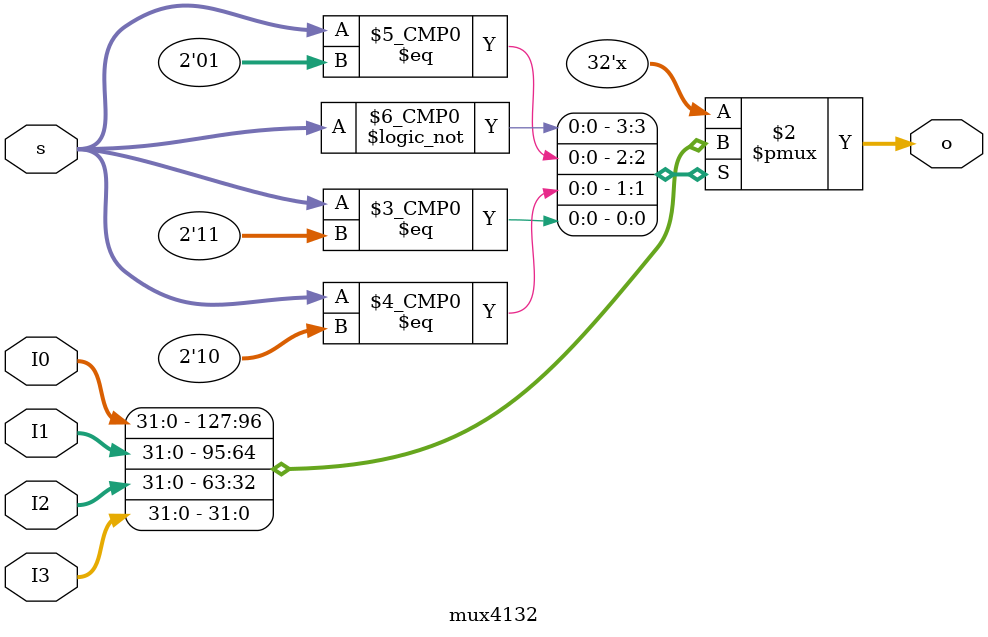
<source format=v>
`timescale 1ns / 1ps


module mux4132(
    input [31:0] I0,
    input [31:0] I1,
    input [31:0] I2,
    input [31:0] I3,
    input [1:0]s,
    output reg [31:0] o
    );
    always @(*) begin
        case (s)
            2'h0: o = I0;
            2'h1: o = I1;
            2'h2: o = I2;
            2'h3: o = I3;
            default:;
        endcase
    end
endmodule

</source>
